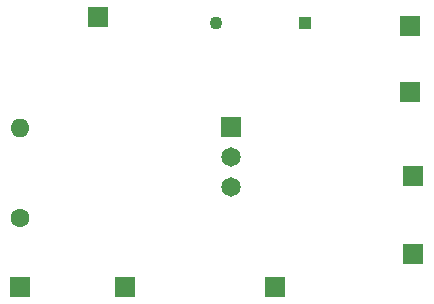
<source format=gbl>
G04 #@! TF.GenerationSoftware,KiCad,Pcbnew,7.0.10*
G04 #@! TF.CreationDate,2025-02-21T18:10:01-05:00*
G04 #@! TF.ProjectId,sol pcb,736f6c20-7063-4622-9e6b-696361645f70,rev?*
G04 #@! TF.SameCoordinates,Original*
G04 #@! TF.FileFunction,Copper,L2,Bot*
G04 #@! TF.FilePolarity,Positive*
%FSLAX46Y46*%
G04 Gerber Fmt 4.6, Leading zero omitted, Abs format (unit mm)*
G04 Created by KiCad (PCBNEW 7.0.10) date 2025-02-21 18:10:01*
%MOMM*%
%LPD*%
G01*
G04 APERTURE LIST*
G04 #@! TA.AperFunction,ComponentPad*
%ADD10R,1.700000X1.700000*%
G04 #@! TD*
G04 #@! TA.AperFunction,ComponentPad*
%ADD11R,1.100000X1.100000*%
G04 #@! TD*
G04 #@! TA.AperFunction,ComponentPad*
%ADD12C,1.100000*%
G04 #@! TD*
G04 #@! TA.AperFunction,ComponentPad*
%ADD13C,1.600000*%
G04 #@! TD*
G04 #@! TA.AperFunction,ComponentPad*
%ADD14O,1.600000X1.600000*%
G04 #@! TD*
G04 #@! TA.AperFunction,ComponentPad*
%ADD15R,1.651000X1.651000*%
G04 #@! TD*
G04 #@! TA.AperFunction,ComponentPad*
%ADD16C,1.651000*%
G04 #@! TD*
G04 APERTURE END LIST*
D10*
X167640000Y-51054000D03*
X156210000Y-67564000D03*
X167894000Y-58166000D03*
D11*
X158690000Y-45212000D03*
D12*
X151190000Y-45212000D03*
D10*
X167894000Y-64770000D03*
X143510000Y-67564000D03*
D13*
X134620000Y-61722000D03*
D14*
X134620000Y-54102000D03*
D10*
X141224000Y-44704000D03*
D15*
X152476200Y-54013100D03*
D16*
X152476200Y-56553100D03*
X152476200Y-59093100D03*
D10*
X134620000Y-67564000D03*
X167640000Y-45466000D03*
M02*

</source>
